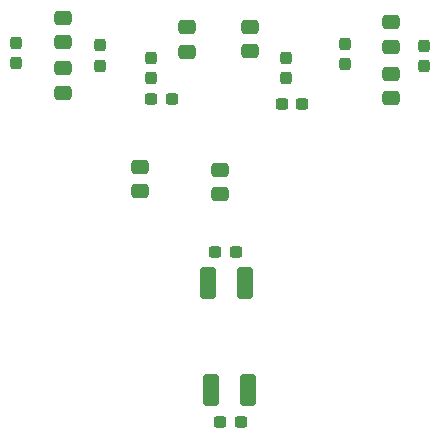
<source format=gbr>
%TF.GenerationSoftware,KiCad,Pcbnew,(6.0.11)*%
%TF.CreationDate,2023-05-27T13:57:12+02:00*%
%TF.ProjectId,Orp-pH Board,4f72702d-7048-4204-926f-6172642e6b69,V1.0*%
%TF.SameCoordinates,Original*%
%TF.FileFunction,Paste,Bot*%
%TF.FilePolarity,Positive*%
%FSLAX46Y46*%
G04 Gerber Fmt 4.6, Leading zero omitted, Abs format (unit mm)*
G04 Created by KiCad (PCBNEW (6.0.11)) date 2023-05-27 13:57:12*
%MOMM*%
%LPD*%
G01*
G04 APERTURE LIST*
G04 Aperture macros list*
%AMRoundRect*
0 Rectangle with rounded corners*
0 $1 Rounding radius*
0 $2 $3 $4 $5 $6 $7 $8 $9 X,Y pos of 4 corners*
0 Add a 4 corners polygon primitive as box body*
4,1,4,$2,$3,$4,$5,$6,$7,$8,$9,$2,$3,0*
0 Add four circle primitives for the rounded corners*
1,1,$1+$1,$2,$3*
1,1,$1+$1,$4,$5*
1,1,$1+$1,$6,$7*
1,1,$1+$1,$8,$9*
0 Add four rect primitives between the rounded corners*
20,1,$1+$1,$2,$3,$4,$5,0*
20,1,$1+$1,$4,$5,$6,$7,0*
20,1,$1+$1,$6,$7,$8,$9,0*
20,1,$1+$1,$8,$9,$2,$3,0*%
G04 Aperture macros list end*
%ADD10RoundRect,0.237500X-0.237500X0.300000X-0.237500X-0.300000X0.237500X-0.300000X0.237500X0.300000X0*%
%ADD11RoundRect,0.237500X-0.300000X-0.237500X0.300000X-0.237500X0.300000X0.237500X-0.300000X0.237500X0*%
%ADD12RoundRect,0.237500X0.237500X-0.300000X0.237500X0.300000X-0.237500X0.300000X-0.237500X-0.300000X0*%
%ADD13RoundRect,0.250000X0.412500X1.100000X-0.412500X1.100000X-0.412500X-1.100000X0.412500X-1.100000X0*%
%ADD14RoundRect,0.237500X0.300000X0.237500X-0.300000X0.237500X-0.300000X-0.237500X0.300000X-0.237500X0*%
%ADD15RoundRect,0.250000X-0.475000X0.337500X-0.475000X-0.337500X0.475000X-0.337500X0.475000X0.337500X0*%
%ADD16RoundRect,0.250000X-0.412500X-1.100000X0.412500X-1.100000X0.412500X1.100000X-0.412500X1.100000X0*%
%ADD17RoundRect,0.250000X0.475000X-0.337500X0.475000X0.337500X-0.475000X0.337500X-0.475000X-0.337500X0*%
G04 APERTURE END LIST*
D10*
%TO.C,C2*%
X148590000Y-102669000D03*
X148590000Y-104394000D03*
%TD*%
D11*
%TO.C,C8*%
X125502500Y-107188000D03*
X127227500Y-107188000D03*
%TD*%
D10*
%TO.C,C5*%
X136906000Y-103658500D03*
X136906000Y-105383500D03*
%TD*%
D12*
%TO.C,C4*%
X114046000Y-104141000D03*
X114046000Y-102416000D03*
%TD*%
D13*
%TO.C,C11*%
X133436000Y-122762100D03*
X130311000Y-122762100D03*
%TD*%
D14*
%TO.C,C10*%
X132652500Y-120142000D03*
X130927500Y-120142000D03*
%TD*%
D15*
%TO.C,R20*%
X124565500Y-112881500D03*
X124565500Y-114956500D03*
%TD*%
D11*
%TO.C,C12*%
X131330000Y-134493000D03*
X133055000Y-134493000D03*
%TD*%
D10*
%TO.C,C7*%
X125476000Y-103658500D03*
X125476000Y-105383500D03*
%TD*%
D15*
%TO.C,R3*%
X145796000Y-105007500D03*
X145796000Y-107082500D03*
%TD*%
%TO.C,R2*%
X117983000Y-100250500D03*
X117983000Y-102325500D03*
%TD*%
%TO.C,R4*%
X117983000Y-104547000D03*
X117983000Y-106622000D03*
%TD*%
D10*
%TO.C,C1*%
X121158000Y-102606500D03*
X121158000Y-104331500D03*
%TD*%
D16*
%TO.C,C13*%
X130565000Y-131779100D03*
X133690000Y-131779100D03*
%TD*%
D15*
%TO.C,R1*%
X145796000Y-100668000D03*
X145796000Y-102743000D03*
%TD*%
D17*
%TO.C,R19*%
X131296500Y-115210500D03*
X131296500Y-113135500D03*
%TD*%
%TO.C,R12*%
X133858000Y-103124000D03*
X133858000Y-101049000D03*
%TD*%
D15*
%TO.C,R14*%
X128524000Y-101070500D03*
X128524000Y-103145500D03*
%TD*%
D11*
%TO.C,C6*%
X136551500Y-107569000D03*
X138276500Y-107569000D03*
%TD*%
D12*
%TO.C,C3*%
X141859000Y-104214000D03*
X141859000Y-102489000D03*
%TD*%
M02*

</source>
